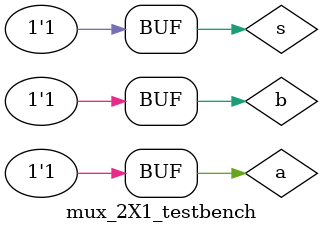
<source format=v>
`define DELAY 20
module mux_2X1_testbench(); 
reg a, b, s;
wire y;

mux_2X1 mymux (y, a, b, s);

initial begin
a = 1'b0; b = 1'b0; s = 1'b0;
#`DELAY;
a = 1'b0; b = 1'b1; s = 1'b0;
#`DELAY;
a = 1'b1; b = 1'b0; s = 1'b0;
#`DELAY;
a = 1'b1; b = 1'b1; s = 1'b0;
#`DELAY;
a = 1'b0; b = 1'b0; s = 1'b1;
#`DELAY;
a = 1'b0; b = 1'b1; s = 1'b1;
#`DELAY;
a = 1'b1; b = 1'b0; s = 1'b1;
#`DELAY;
a = 1'b1; b = 1'b1; s = 1'b1;
#`DELAY;
end
 
 
initial
begin
$monitor("a=%1b, b=%1b, s=%1b, y=%1b", a, b, s, y);
end
 
endmodule
</source>
